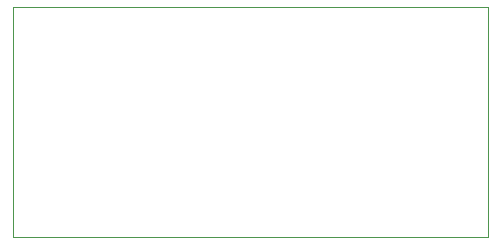
<source format=gbr>
%TF.GenerationSoftware,KiCad,Pcbnew,7.0.5*%
%TF.CreationDate,2023-10-03T15:35:51+05:30*%
%TF.ProjectId,ADS122C04,41445331-3232-4433-9034-2e6b69636164,rev?*%
%TF.SameCoordinates,Original*%
%TF.FileFunction,Profile,NP*%
%FSLAX46Y46*%
G04 Gerber Fmt 4.6, Leading zero omitted, Abs format (unit mm)*
G04 Created by KiCad (PCBNEW 7.0.5) date 2023-10-03 15:35:51*
%MOMM*%
%LPD*%
G01*
G04 APERTURE LIST*
%TA.AperFunction,Profile*%
%ADD10C,0.100000*%
%TD*%
G04 APERTURE END LIST*
D10*
X174669200Y-93744800D02*
X214934800Y-93744800D01*
X214934800Y-113214400D01*
X174669200Y-113214400D01*
X174669200Y-93744800D01*
M02*

</source>
